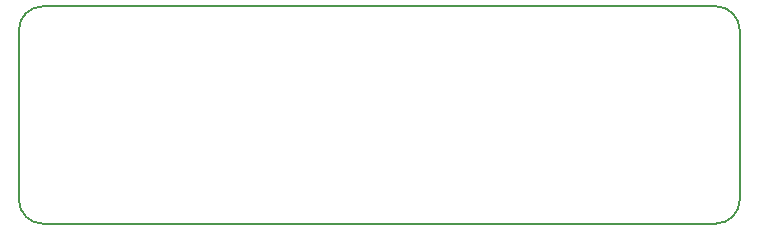
<source format=gko>
G04 #@! TF.FileFunction,Profile,NP*
%FSLAX46Y46*%
G04 Gerber Fmt 4.6, Leading zero omitted, Abs format (unit mm)*
G04 Created by KiCad (PCBNEW (2015-11-24 BZR 6329)-product) date Fri 06 May 2016 02:50:07 AM EDT*
%MOMM*%
G01*
G04 APERTURE LIST*
%ADD10C,0.100000*%
%ADD11C,0.150000*%
G04 APERTURE END LIST*
D10*
D11*
X183025000Y-113150000D02*
X183025000Y-98800000D01*
X164000000Y-115200000D02*
X181000000Y-115200000D01*
X164000000Y-96800000D02*
X181000000Y-96800000D01*
X122000000Y-98800000D02*
X122000000Y-113200000D01*
X183015000Y-98795000D02*
G75*
G03X181015000Y-96795000I-2000000J0D01*
G01*
X181025000Y-115195000D02*
G75*
G03X183025000Y-113195000I0J2000000D01*
G01*
X122000000Y-113200000D02*
G75*
G03X124000000Y-115200000I2000000J0D01*
G01*
X124000000Y-96800000D02*
G75*
G03X122000000Y-98800000I0J-2000000D01*
G01*
X164000000Y-115200000D02*
X124000000Y-115200000D01*
X124000000Y-96800000D02*
X164000000Y-96800000D01*
M02*

</source>
